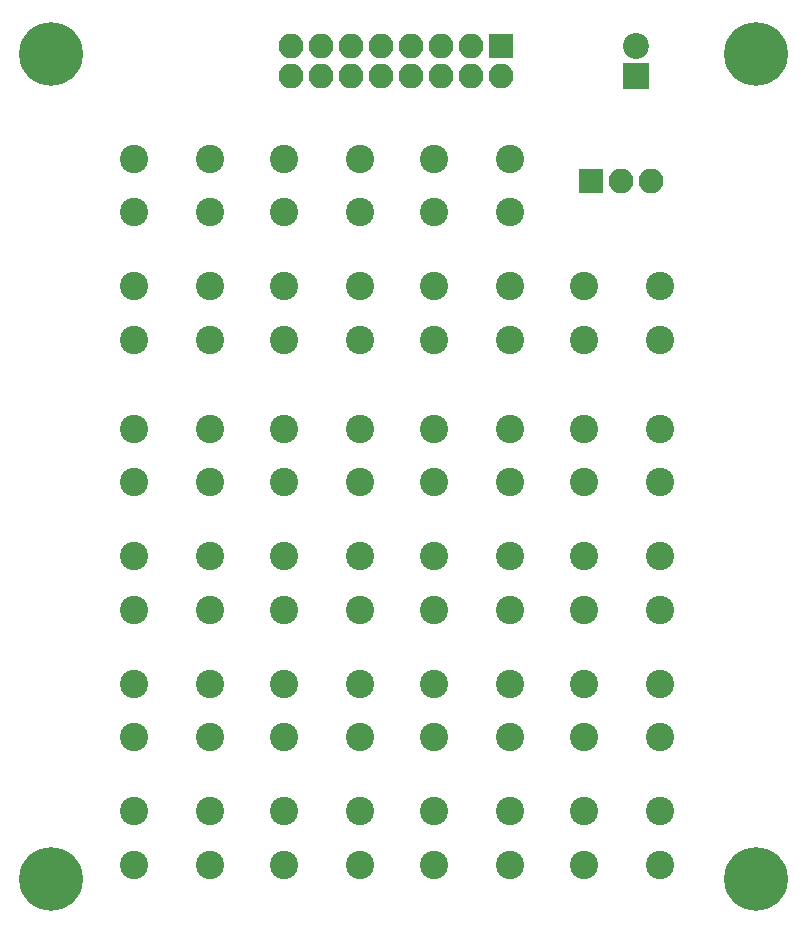
<source format=gts>
G04 #@! TF.FileFunction,Soldermask,Top*
%FSLAX46Y46*%
G04 Gerber Fmt 4.6, Leading zero omitted, Abs format (unit mm)*
G04 Created by KiCad (PCBNEW 4.0.7) date 09/13/19 13:38:05*
%MOMM*%
%LPD*%
G01*
G04 APERTURE LIST*
%ADD10C,0.100000*%
%ADD11R,2.200000X2.200000*%
%ADD12C,2.200000*%
%ADD13R,2.100000X2.100000*%
%ADD14O,2.100000X2.100000*%
%ADD15C,2.400000*%
%ADD16C,5.400000*%
G04 APERTURE END LIST*
D10*
D11*
X140970000Y-60325000D03*
D12*
X140970000Y-57785000D03*
D13*
X129540000Y-57785000D03*
D14*
X129540000Y-60325000D03*
X127000000Y-57785000D03*
X127000000Y-60325000D03*
X124460000Y-57785000D03*
X124460000Y-60325000D03*
X121920000Y-57785000D03*
X121920000Y-60325000D03*
X119380000Y-57785000D03*
X119380000Y-60325000D03*
X116840000Y-57785000D03*
X116840000Y-60325000D03*
X114300000Y-57785000D03*
X114300000Y-60325000D03*
X111760000Y-57785000D03*
X111760000Y-60325000D03*
D15*
X98425000Y-127055000D03*
X98425000Y-122555000D03*
X104925000Y-127055000D03*
X104925000Y-122555000D03*
X136525000Y-116260000D03*
X136525000Y-111760000D03*
X143025000Y-116260000D03*
X143025000Y-111760000D03*
X123825000Y-94670000D03*
X123825000Y-90170000D03*
X130325000Y-94670000D03*
X130325000Y-90170000D03*
X111125000Y-127055000D03*
X111125000Y-122555000D03*
X117625000Y-127055000D03*
X117625000Y-122555000D03*
X98425000Y-105465000D03*
X98425000Y-100965000D03*
X104925000Y-105465000D03*
X104925000Y-100965000D03*
X136525000Y-94670000D03*
X136525000Y-90170000D03*
X143025000Y-94670000D03*
X143025000Y-90170000D03*
X123825000Y-127055000D03*
X123825000Y-122555000D03*
X130325000Y-127055000D03*
X130325000Y-122555000D03*
X111125000Y-105465000D03*
X111125000Y-100965000D03*
X117625000Y-105465000D03*
X117625000Y-100965000D03*
X98425000Y-82605000D03*
X98425000Y-78105000D03*
X104925000Y-82605000D03*
X104925000Y-78105000D03*
X136525000Y-127055000D03*
X136525000Y-122555000D03*
X143025000Y-127055000D03*
X143025000Y-122555000D03*
X123825000Y-105465000D03*
X123825000Y-100965000D03*
X130325000Y-105465000D03*
X130325000Y-100965000D03*
X111125000Y-82605000D03*
X111125000Y-78105000D03*
X117625000Y-82605000D03*
X117625000Y-78105000D03*
X98425000Y-116260000D03*
X98425000Y-111760000D03*
X104925000Y-116260000D03*
X104925000Y-111760000D03*
X136525000Y-105465000D03*
X136525000Y-100965000D03*
X143025000Y-105465000D03*
X143025000Y-100965000D03*
X136525000Y-82605000D03*
X136525000Y-78105000D03*
X143025000Y-82605000D03*
X143025000Y-78105000D03*
X111125000Y-116260000D03*
X111125000Y-111760000D03*
X117625000Y-116260000D03*
X117625000Y-111760000D03*
X98425000Y-94670000D03*
X98425000Y-90170000D03*
X104925000Y-94670000D03*
X104925000Y-90170000D03*
X98425000Y-71810000D03*
X98425000Y-67310000D03*
X104925000Y-71810000D03*
X104925000Y-67310000D03*
X123825000Y-116260000D03*
X123825000Y-111760000D03*
X130325000Y-116260000D03*
X130325000Y-111760000D03*
X111125000Y-94670000D03*
X111125000Y-90170000D03*
X117625000Y-94670000D03*
X117625000Y-90170000D03*
X123825000Y-82605000D03*
X123825000Y-78105000D03*
X130325000Y-82605000D03*
X130325000Y-78105000D03*
X123825000Y-71810000D03*
X123825000Y-67310000D03*
X130325000Y-71810000D03*
X130325000Y-67310000D03*
X111125000Y-71810000D03*
X111125000Y-67310000D03*
X117625000Y-71810000D03*
X117625000Y-67310000D03*
D16*
X91440000Y-58420000D03*
X151130000Y-58420000D03*
X91440000Y-128270000D03*
X151130000Y-128270000D03*
D13*
X137160000Y-69215000D03*
D14*
X139700000Y-69215000D03*
X142240000Y-69215000D03*
M02*

</source>
